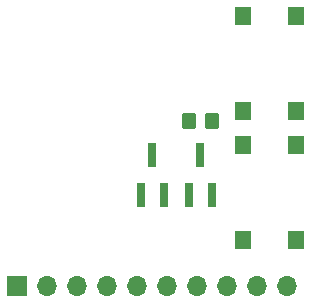
<source format=gbs>
G04 #@! TF.GenerationSoftware,KiCad,Pcbnew,6.0.2+dfsg-1*
G04 #@! TF.CreationDate,2023-09-07T15:13:03+02:00*
G04 #@! TF.ProjectId,flipper_esp32,666c6970-7065-4725-9f65-737033322e6b,rev?*
G04 #@! TF.SameCoordinates,Original*
G04 #@! TF.FileFunction,Soldermask,Bot*
G04 #@! TF.FilePolarity,Negative*
%FSLAX46Y46*%
G04 Gerber Fmt 4.6, Leading zero omitted, Abs format (unit mm)*
G04 Created by KiCad (PCBNEW 6.0.2+dfsg-1) date 2023-09-07 15:13:03*
%MOMM*%
%LPD*%
G01*
G04 APERTURE LIST*
G04 Aperture macros list*
%AMRoundRect*
0 Rectangle with rounded corners*
0 $1 Rounding radius*
0 $2 $3 $4 $5 $6 $7 $8 $9 X,Y pos of 4 corners*
0 Add a 4 corners polygon primitive as box body*
4,1,4,$2,$3,$4,$5,$6,$7,$8,$9,$2,$3,0*
0 Add four circle primitives for the rounded corners*
1,1,$1+$1,$2,$3*
1,1,$1+$1,$4,$5*
1,1,$1+$1,$6,$7*
1,1,$1+$1,$8,$9*
0 Add four rect primitives between the rounded corners*
20,1,$1+$1,$2,$3,$4,$5,0*
20,1,$1+$1,$4,$5,$6,$7,0*
20,1,$1+$1,$6,$7,$8,$9,0*
20,1,$1+$1,$8,$9,$2,$3,0*%
G04 Aperture macros list end*
%ADD10R,1.400000X1.600000*%
%ADD11RoundRect,0.250000X0.350000X0.450000X-0.350000X0.450000X-0.350000X-0.450000X0.350000X-0.450000X0*%
%ADD12R,0.700000X2.000000*%
%ADD13R,1.700000X1.700000*%
%ADD14O,1.700000X1.700000*%
G04 APERTURE END LIST*
D10*
X149824000Y-113474000D03*
X149824000Y-105474000D03*
X145324000Y-113474000D03*
X145324000Y-105474000D03*
X149824000Y-124396000D03*
X149824000Y-116396000D03*
X145324000Y-124396000D03*
X145324000Y-116396000D03*
D11*
X140732000Y-114300000D03*
X142732000Y-114300000D03*
D12*
X141732000Y-117172000D03*
X140782000Y-120572000D03*
X142682000Y-120572000D03*
X138618000Y-120572000D03*
X136718000Y-120572000D03*
X137668000Y-117172000D03*
D13*
X126238000Y-128270000D03*
D14*
X128778000Y-128270000D03*
X131318000Y-128270000D03*
X133858000Y-128270000D03*
X136398000Y-128270000D03*
X138938000Y-128270000D03*
X141478000Y-128270000D03*
X144018000Y-128270000D03*
X146558000Y-128270000D03*
X149098000Y-128270000D03*
M02*

</source>
